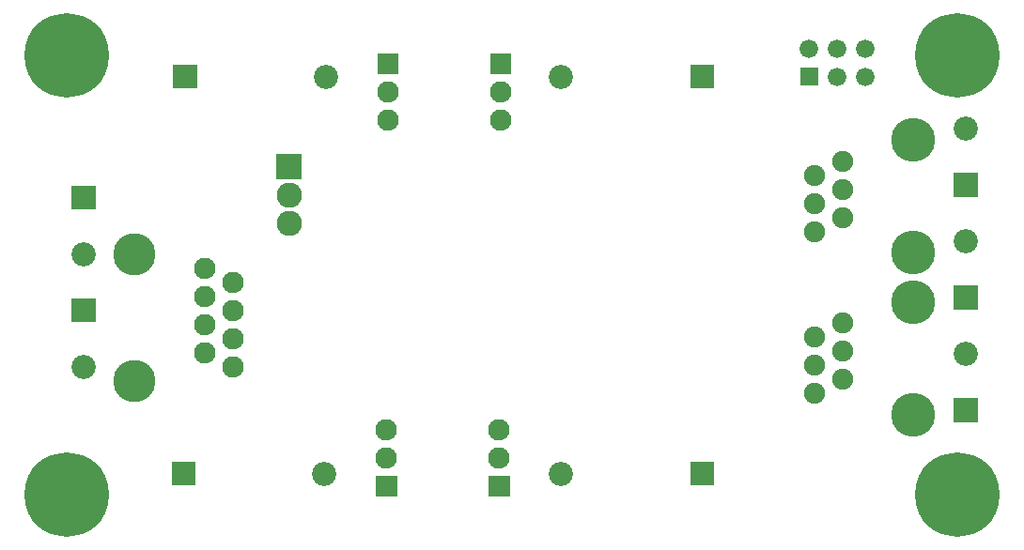
<source format=gbr>
G04 start of page 7 for group -4062 idx -4062 *
G04 Title: (unknown), soldermask *
G04 Creator: pcb 20140316 *
G04 CreationDate: Mon 18 May 2015 09:38:21 PM GMT UTC *
G04 For: ndholmes *
G04 Format: Gerber/RS-274X *
G04 PCB-Dimensions (mil): 3500.00 1900.00 *
G04 PCB-Coordinate-Origin: lower left *
%MOIN*%
%FSLAX25Y25*%
%LNBOTTOMMASK*%
%ADD99C,0.0900*%
%ADD98C,0.0660*%
%ADD97C,0.0760*%
%ADD96C,0.0750*%
%ADD95C,0.1560*%
%ADD94C,0.0001*%
%ADD93C,0.1500*%
%ADD92C,0.0860*%
%ADD91C,0.2997*%
G54D91*X17000Y17000D03*
G54D92*X23000Y62500D03*
G54D93*X41000Y57500D03*
G54D94*G36*
X54200Y28800D02*Y20200D01*
X62800D01*
Y28800D01*
X54200D01*
G37*
G54D95*X317500Y45500D03*
G54D91*X333000Y17000D03*
G54D94*G36*
X331700Y51300D02*Y42700D01*
X340300D01*
Y51300D01*
X331700D01*
G37*
G54D92*X336000Y67000D03*
G54D96*X282500Y53000D03*
X292500Y58000D03*
X282500Y63000D03*
X292500Y68000D03*
X282500Y73000D03*
G54D94*G36*
X238200Y28800D02*Y20200D01*
X246800D01*
Y28800D01*
X238200D01*
G37*
G54D92*X192500Y24500D03*
G54D94*G36*
X166700Y23800D02*Y16200D01*
X174300D01*
Y23800D01*
X166700D01*
G37*
G54D97*X170500Y30000D03*
Y40000D03*
G54D95*X317500Y85500D03*
Y103000D03*
G54D94*G36*
X331700Y91300D02*Y82700D01*
X340300D01*
Y91300D01*
X331700D01*
G37*
G54D92*X336000Y107000D03*
G54D96*X292500Y78000D03*
X282500Y110500D03*
X292500Y115500D03*
Y125500D03*
Y135500D03*
X282500Y120500D03*
Y130500D03*
G54D94*G36*
X277200Y168800D02*Y162200D01*
X283800D01*
Y168800D01*
X277200D01*
G37*
G54D98*X280500Y175500D03*
X290500Y165500D03*
X300500D03*
X290500Y175500D03*
X300500D03*
G54D91*X333000Y173000D03*
G54D95*X317500Y143000D03*
G54D94*G36*
X331700Y131300D02*Y122700D01*
X340300D01*
Y131300D01*
X331700D01*
G37*
G54D92*X336000Y147000D03*
G54D94*G36*
X18700Y86800D02*Y78200D01*
X27300D01*
Y86800D01*
X18700D01*
G37*
G54D91*X17000Y173000D03*
G54D94*G36*
X18700Y126800D02*Y118200D01*
X27300D01*
Y126800D01*
X18700D01*
G37*
G54D92*X23000Y102500D03*
G54D93*X41000D03*
G54D99*X96000Y113500D03*
G54D92*X108500Y24500D03*
G54D99*X96000Y123500D03*
G54D94*G36*
X91500Y138000D02*Y129000D01*
X100500D01*
Y138000D01*
X91500D01*
G37*
G36*
X54700Y169800D02*Y161200D01*
X63300D01*
Y169800D01*
X54700D01*
G37*
G54D92*X109000Y165500D03*
G54D97*X66000Y97500D03*
X76000Y92500D03*
X66000Y87500D03*
X76000Y82500D03*
X66000Y77500D03*
X76000Y72500D03*
X66000Y67500D03*
X76000Y62500D03*
G54D94*G36*
X127200Y173800D02*Y166200D01*
X134800D01*
Y173800D01*
X127200D01*
G37*
G54D97*X131000Y160000D03*
Y150000D03*
G54D94*G36*
X126700Y23800D02*Y16200D01*
X134300D01*
Y23800D01*
X126700D01*
G37*
G54D97*X130500Y30000D03*
Y40000D03*
G54D94*G36*
X238200Y169800D02*Y161200D01*
X246800D01*
Y169800D01*
X238200D01*
G37*
G54D92*X192500Y165500D03*
G54D94*G36*
X167200Y173800D02*Y166200D01*
X174800D01*
Y173800D01*
X167200D01*
G37*
G54D97*X171000Y160000D03*
Y150000D03*
M02*

</source>
